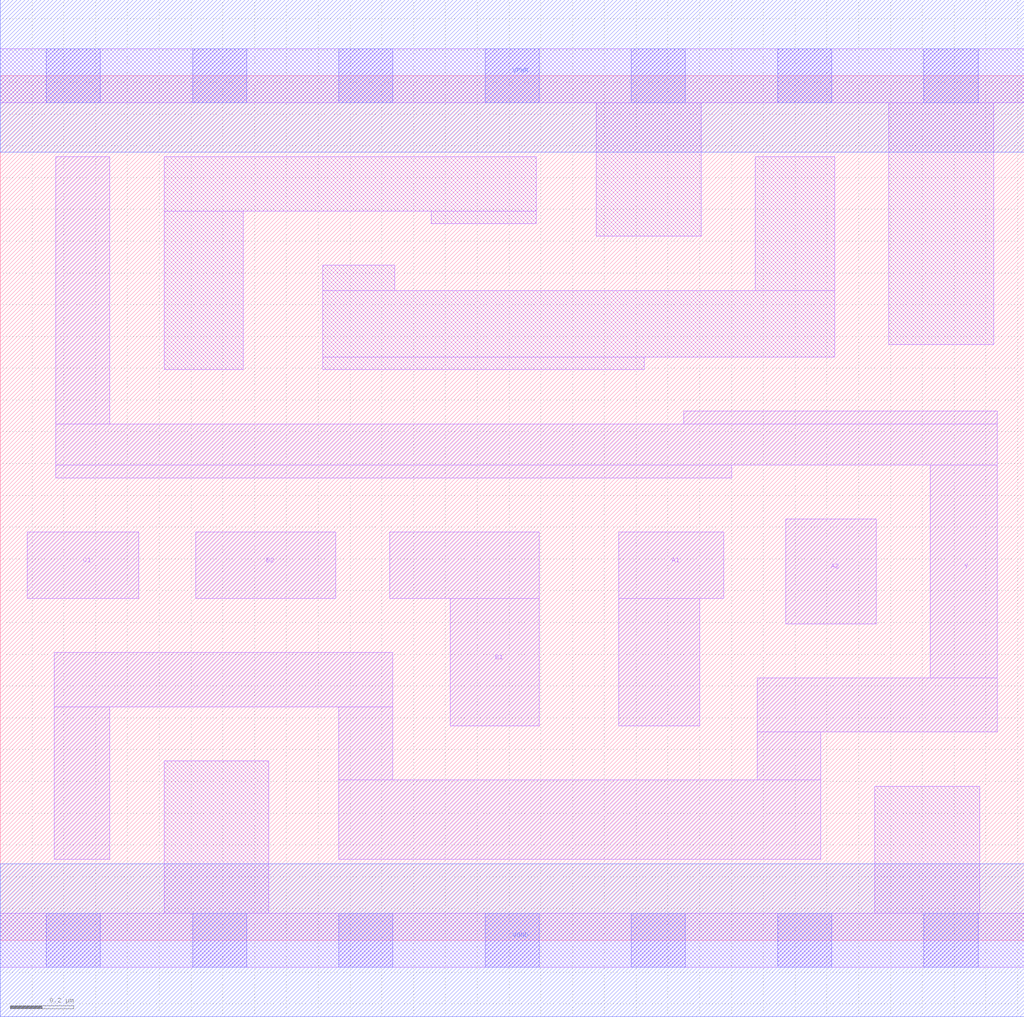
<source format=lef>
# Copyright 2020 The SkyWater PDK Authors
#
# Licensed under the Apache License, Version 2.0 (the "License");
# you may not use this file except in compliance with the License.
# You may obtain a copy of the License at
#
#     https://www.apache.org/licenses/LICENSE-2.0
#
# Unless required by applicable law or agreed to in writing, software
# distributed under the License is distributed on an "AS IS" BASIS,
# WITHOUT WARRANTIES OR CONDITIONS OF ANY KIND, either express or implied.
# See the License for the specific language governing permissions and
# limitations under the License.
#
# SPDX-License-Identifier: Apache-2.0

VERSION 5.7 ;
  NOWIREEXTENSIONATPIN ON ;
  DIVIDERCHAR "/" ;
  BUSBITCHARS "[]" ;
UNITS
  DATABASE MICRONS 200 ;
END UNITS
MACRO sky130_fd_sc_hd__a221oi_1
  CLASS CORE ;
  FOREIGN sky130_fd_sc_hd__a221oi_1 ;
  ORIGIN  0.000000  0.000000 ;
  SIZE  3.220000 BY  2.720000 ;
  SYMMETRY X Y R90 ;
  SITE unithd ;
  PIN A1
    ANTENNAGATEAREA  0.247500 ;
    DIRECTION INPUT ;
    USE SIGNAL ;
    PORT
      LAYER li1 ;
        RECT 1.945000 0.675000 2.200000 1.075000 ;
        RECT 1.945000 1.075000 2.275000 1.285000 ;
    END
  END A1
  PIN A2
    ANTENNAGATEAREA  0.247500 ;
    DIRECTION INPUT ;
    USE SIGNAL ;
    PORT
      LAYER li1 ;
        RECT 2.470000 0.995000 2.755000 1.325000 ;
    END
  END A2
  PIN B1
    ANTENNAGATEAREA  0.247500 ;
    DIRECTION INPUT ;
    USE SIGNAL ;
    PORT
      LAYER li1 ;
        RECT 1.225000 1.075000 1.695000 1.285000 ;
        RECT 1.415000 0.675000 1.695000 1.075000 ;
    END
  END B1
  PIN B2
    ANTENNAGATEAREA  0.247500 ;
    DIRECTION INPUT ;
    USE SIGNAL ;
    PORT
      LAYER li1 ;
        RECT 0.615000 1.075000 1.055000 1.285000 ;
    END
  END B2
  PIN C1
    ANTENNAGATEAREA  0.247500 ;
    DIRECTION INPUT ;
    USE SIGNAL ;
    PORT
      LAYER li1 ;
        RECT 0.085000 1.075000 0.435000 1.285000 ;
    END
  END C1
  PIN Y
    ANTENNADIFFAREA  0.767000 ;
    DIRECTION OUTPUT ;
    USE SIGNAL ;
    PORT
      LAYER li1 ;
        RECT 0.170000 0.255000 0.345000 0.735000 ;
        RECT 0.170000 0.735000 1.235000 0.905000 ;
        RECT 0.175000 1.455000 2.300000 1.495000 ;
        RECT 0.175000 1.495000 3.135000 1.625000 ;
        RECT 0.175000 1.625000 0.345000 2.465000 ;
        RECT 1.065000 0.255000 2.580000 0.505000 ;
        RECT 1.065000 0.505000 1.235000 0.735000 ;
        RECT 2.150000 1.625000 3.135000 1.665000 ;
        RECT 2.380000 0.505000 2.580000 0.655000 ;
        RECT 2.380000 0.655000 3.135000 0.825000 ;
        RECT 2.925000 0.825000 3.135000 1.495000 ;
    END
  END Y
  PIN VGND
    DIRECTION INOUT ;
    SHAPE ABUTMENT ;
    USE GROUND ;
    PORT
      LAYER met1 ;
        RECT 0.000000 -0.240000 3.220000 0.240000 ;
    END
  END VGND
  PIN VPWR
    DIRECTION INOUT ;
    SHAPE ABUTMENT ;
    USE POWER ;
    PORT
      LAYER met1 ;
        RECT 0.000000 2.480000 3.220000 2.960000 ;
    END
  END VPWR
  OBS
    LAYER li1 ;
      RECT 0.000000 -0.085000 3.220000 0.085000 ;
      RECT 0.000000  2.635000 3.220000 2.805000 ;
      RECT 0.515000  0.085000 0.845000 0.565000 ;
      RECT 0.515000  1.795000 0.765000 2.295000 ;
      RECT 0.515000  2.295000 1.685000 2.465000 ;
      RECT 1.015000  1.795000 2.025000 1.835000 ;
      RECT 1.015000  1.835000 2.625000 2.045000 ;
      RECT 1.015000  2.045000 1.240000 2.125000 ;
      RECT 1.355000  2.255000 1.685000 2.295000 ;
      RECT 1.875000  2.215000 2.205000 2.635000 ;
      RECT 2.375000  2.045000 2.625000 2.465000 ;
      RECT 2.750000  0.085000 3.080000 0.485000 ;
      RECT 2.795000  1.875000 3.125000 2.635000 ;
    LAYER mcon ;
      RECT 0.145000 -0.085000 0.315000 0.085000 ;
      RECT 0.145000  2.635000 0.315000 2.805000 ;
      RECT 0.605000 -0.085000 0.775000 0.085000 ;
      RECT 0.605000  2.635000 0.775000 2.805000 ;
      RECT 1.065000 -0.085000 1.235000 0.085000 ;
      RECT 1.065000  2.635000 1.235000 2.805000 ;
      RECT 1.525000 -0.085000 1.695000 0.085000 ;
      RECT 1.525000  2.635000 1.695000 2.805000 ;
      RECT 1.985000 -0.085000 2.155000 0.085000 ;
      RECT 1.985000  2.635000 2.155000 2.805000 ;
      RECT 2.445000 -0.085000 2.615000 0.085000 ;
      RECT 2.445000  2.635000 2.615000 2.805000 ;
      RECT 2.905000 -0.085000 3.075000 0.085000 ;
      RECT 2.905000  2.635000 3.075000 2.805000 ;
  END
END sky130_fd_sc_hd__a221oi_1
END LIBRARY

</source>
